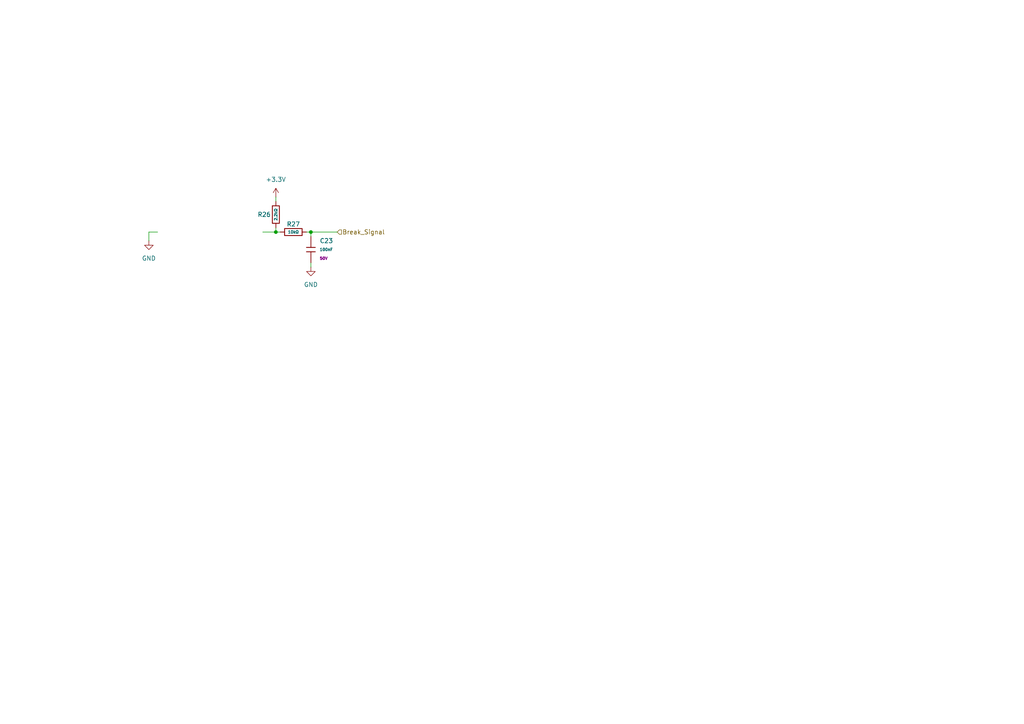
<source format=kicad_sch>
(kicad_sch
	(version 20250114)
	(generator "eeschema")
	(generator_version "9.0")
	(uuid "31df1d47-9ab5-41ad-b378-2d8e8f5331e8")
	(paper "A4")
	(title_block
		(date "2025-11-02")
		(rev "0")
		(company "Solar Energy Racers")
	)
	(lib_symbols
		(symbol "PCM_JLCPCB-Capacitors:0603,100nF"
			(pin_numbers
				(hide yes)
			)
			(pin_names
				(offset 0)
			)
			(exclude_from_sim no)
			(in_bom yes)
			(on_board yes)
			(property "Reference" "C"
				(at 2.032 1.668 0)
				(effects
					(font
						(size 1.27 1.27)
					)
					(justify left)
				)
			)
			(property "Value" "100nF"
				(at 2.032 -0.3782 0)
				(effects
					(font
						(size 0.8 0.8)
					)
					(justify left)
				)
			)
			(property "Footprint" "PCM_JLCPCB:C_0603"
				(at -1.778 0 90)
				(effects
					(font
						(size 1.27 1.27)
					)
					(hide yes)
				)
			)
			(property "Datasheet" "https://www.lcsc.com/datasheet/lcsc_datasheet_2211101700_YAGEO-CC0603KRX7R9BB104_C14663.pdf"
				(at 0 0 0)
				(effects
					(font
						(size 1.27 1.27)
					)
					(hide yes)
				)
			)
			(property "Description" "50V 100nF X7R ±10% 0603 Multilayer Ceramic Capacitors MLCC - SMD/SMT ROHS"
				(at 0 0 0)
				(effects
					(font
						(size 1.27 1.27)
					)
					(hide yes)
				)
			)
			(property "LCSC" "C14663"
				(at 0 0 0)
				(effects
					(font
						(size 1.27 1.27)
					)
					(hide yes)
				)
			)
			(property "Stock" "70324515"
				(at 0 0 0)
				(effects
					(font
						(size 1.27 1.27)
					)
					(hide yes)
				)
			)
			(property "Price" "0.006USD"
				(at 0 0 0)
				(effects
					(font
						(size 1.27 1.27)
					)
					(hide yes)
				)
			)
			(property "Process" "SMT"
				(at 0 0 0)
				(effects
					(font
						(size 1.27 1.27)
					)
					(hide yes)
				)
			)
			(property "Minimum Qty" "20"
				(at 0 0 0)
				(effects
					(font
						(size 1.27 1.27)
					)
					(hide yes)
				)
			)
			(property "Attrition Qty" "10"
				(at 0 0 0)
				(effects
					(font
						(size 1.27 1.27)
					)
					(hide yes)
				)
			)
			(property "Class" "Basic Component"
				(at 0 0 0)
				(effects
					(font
						(size 1.27 1.27)
					)
					(hide yes)
				)
			)
			(property "Category" "Capacitors,Multilayer Ceramic Capacitors MLCC - SMD/SMT"
				(at 0 0 0)
				(effects
					(font
						(size 1.27 1.27)
					)
					(hide yes)
				)
			)
			(property "Manufacturer" "YAGEO"
				(at 0 0 0)
				(effects
					(font
						(size 1.27 1.27)
					)
					(hide yes)
				)
			)
			(property "Part" "CC0603KRX7R9BB104"
				(at 0 0 0)
				(effects
					(font
						(size 1.27 1.27)
					)
					(hide yes)
				)
			)
			(property "Voltage Rated" "50V"
				(at 2.032 -2.0462 0)
				(effects
					(font
						(size 0.8 0.8)
					)
					(justify left)
				)
			)
			(property "Tolerance" "±10%"
				(at 0 0 0)
				(effects
					(font
						(size 1.27 1.27)
					)
					(hide yes)
				)
			)
			(property "Capacitance" "100nF"
				(at 0 0 0)
				(effects
					(font
						(size 1.27 1.27)
					)
					(hide yes)
				)
			)
			(property "Temperature Coefficient" "X7R"
				(at 0 0 0)
				(effects
					(font
						(size 1.27 1.27)
					)
					(hide yes)
				)
			)
			(property "ki_fp_filters" "C_*"
				(at 0 0 0)
				(effects
					(font
						(size 1.27 1.27)
					)
					(hide yes)
				)
			)
			(symbol "0603,100nF_0_1"
				(polyline
					(pts
						(xy -1.27 0.635) (xy 1.27 0.635)
					)
					(stroke
						(width 0.254)
						(type default)
					)
					(fill
						(type none)
					)
				)
				(polyline
					(pts
						(xy -1.27 -0.635) (xy 1.27 -0.635)
					)
					(stroke
						(width 0.254)
						(type default)
					)
					(fill
						(type none)
					)
				)
			)
			(symbol "0603,100nF_1_1"
				(pin passive line
					(at 0 3.81 270)
					(length 3.175)
					(name "~"
						(effects
							(font
								(size 1.27 1.27)
							)
						)
					)
					(number "1"
						(effects
							(font
								(size 1.27 1.27)
							)
						)
					)
				)
				(pin passive line
					(at 0 -3.81 90)
					(length 3.175)
					(name "~"
						(effects
							(font
								(size 1.27 1.27)
							)
						)
					)
					(number "2"
						(effects
							(font
								(size 1.27 1.27)
							)
						)
					)
				)
			)
			(embedded_fonts no)
		)
		(symbol "PCM_JLCPCB-Resistors:0603,10kΩ"
			(pin_numbers
				(hide yes)
			)
			(pin_names
				(offset 0)
			)
			(exclude_from_sim no)
			(in_bom yes)
			(on_board yes)
			(property "Reference" "R"
				(at 1.778 0 0)
				(effects
					(font
						(size 1.27 1.27)
					)
					(justify left)
				)
			)
			(property "Value" "10kΩ"
				(at 0 0 90)
				(do_not_autoplace)
				(effects
					(font
						(size 0.8 0.8)
					)
				)
			)
			(property "Footprint" "PCM_JLCPCB:R_0603"
				(at -1.778 0 90)
				(effects
					(font
						(size 1.27 1.27)
					)
					(hide yes)
				)
			)
			(property "Datasheet" "https://www.lcsc.com/datasheet/lcsc_datasheet_2206010045_UNI-ROYAL-Uniroyal-Elec-0603WAF1002T5E_C25804.pdf"
				(at 0 0 0)
				(effects
					(font
						(size 1.27 1.27)
					)
					(hide yes)
				)
			)
			(property "Description" "100mW Thick Film Resistors 75V ±100ppm/°C ±1% 10kΩ 0603 Chip Resistor - Surface Mount ROHS"
				(at 0 0 0)
				(effects
					(font
						(size 1.27 1.27)
					)
					(hide yes)
				)
			)
			(property "LCSC" "C25804"
				(at 0 0 0)
				(effects
					(font
						(size 1.27 1.27)
					)
					(hide yes)
				)
			)
			(property "Stock" "51181774"
				(at 0 0 0)
				(effects
					(font
						(size 1.27 1.27)
					)
					(hide yes)
				)
			)
			(property "Price" "0.004USD"
				(at 0 0 0)
				(effects
					(font
						(size 1.27 1.27)
					)
					(hide yes)
				)
			)
			(property "Process" "SMT"
				(at 0 0 0)
				(effects
					(font
						(size 1.27 1.27)
					)
					(hide yes)
				)
			)
			(property "Minimum Qty" "20"
				(at 0 0 0)
				(effects
					(font
						(size 1.27 1.27)
					)
					(hide yes)
				)
			)
			(property "Attrition Qty" "10"
				(at 0 0 0)
				(effects
					(font
						(size 1.27 1.27)
					)
					(hide yes)
				)
			)
			(property "Class" "Basic Component"
				(at 0 0 0)
				(effects
					(font
						(size 1.27 1.27)
					)
					(hide yes)
				)
			)
			(property "Category" "Resistors,Chip Resistor - Surface Mount"
				(at 0 0 0)
				(effects
					(font
						(size 1.27 1.27)
					)
					(hide yes)
				)
			)
			(property "Manufacturer" "UNI-ROYAL(Uniroyal Elec)"
				(at 0 0 0)
				(effects
					(font
						(size 1.27 1.27)
					)
					(hide yes)
				)
			)
			(property "Part" "0603WAF1002T5E"
				(at 0 0 0)
				(effects
					(font
						(size 1.27 1.27)
					)
					(hide yes)
				)
			)
			(property "Resistance" "10kΩ"
				(at 0 0 0)
				(effects
					(font
						(size 1.27 1.27)
					)
					(hide yes)
				)
			)
			(property "Power(Watts)" "100mW"
				(at 0 0 0)
				(effects
					(font
						(size 1.27 1.27)
					)
					(hide yes)
				)
			)
			(property "Type" "Thick Film Resistors"
				(at 0 0 0)
				(effects
					(font
						(size 1.27 1.27)
					)
					(hide yes)
				)
			)
			(property "Overload Voltage (Max)" "75V"
				(at 0 0 0)
				(effects
					(font
						(size 1.27 1.27)
					)
					(hide yes)
				)
			)
			(property "Operating Temperature Range" "-55°C~+155°C"
				(at 0 0 0)
				(effects
					(font
						(size 1.27 1.27)
					)
					(hide yes)
				)
			)
			(property "Tolerance" "±1%"
				(at 0 0 0)
				(effects
					(font
						(size 1.27 1.27)
					)
					(hide yes)
				)
			)
			(property "Temperature Coefficient" "±100ppm/°C"
				(at 0 0 0)
				(effects
					(font
						(size 1.27 1.27)
					)
					(hide yes)
				)
			)
			(property "ki_fp_filters" "R_*"
				(at 0 0 0)
				(effects
					(font
						(size 1.27 1.27)
					)
					(hide yes)
				)
			)
			(symbol "0603,10kΩ_0_1"
				(rectangle
					(start -1.016 2.54)
					(end 1.016 -2.54)
					(stroke
						(width 0.254)
						(type default)
					)
					(fill
						(type none)
					)
				)
			)
			(symbol "0603,10kΩ_1_1"
				(pin passive line
					(at 0 3.81 270)
					(length 1.27)
					(name "~"
						(effects
							(font
								(size 1.27 1.27)
							)
						)
					)
					(number "1"
						(effects
							(font
								(size 1.27 1.27)
							)
						)
					)
				)
				(pin passive line
					(at 0 -3.81 90)
					(length 1.27)
					(name "~"
						(effects
							(font
								(size 1.27 1.27)
							)
						)
					)
					(number "2"
						(effects
							(font
								(size 1.27 1.27)
							)
						)
					)
				)
			)
			(embedded_fonts no)
		)
		(symbol "PCM_JLCPCB-Resistors:0603,2.2kΩ"
			(pin_numbers
				(hide yes)
			)
			(pin_names
				(offset 0)
			)
			(exclude_from_sim no)
			(in_bom yes)
			(on_board yes)
			(property "Reference" "R"
				(at 1.778 0 0)
				(effects
					(font
						(size 1.27 1.27)
					)
					(justify left)
				)
			)
			(property "Value" "2.2kΩ"
				(at 0 0 90)
				(do_not_autoplace)
				(effects
					(font
						(size 0.8 0.8)
					)
				)
			)
			(property "Footprint" "PCM_JLCPCB:R_0603"
				(at -1.778 0 90)
				(effects
					(font
						(size 1.27 1.27)
					)
					(hide yes)
				)
			)
			(property "Datasheet" "https://www.lcsc.com/datasheet/lcsc_datasheet_2206010230_UNI-ROYAL-Uniroyal-Elec-0603WAF2201T5E_C4190.pdf"
				(at 0 0 0)
				(effects
					(font
						(size 1.27 1.27)
					)
					(hide yes)
				)
			)
			(property "Description" "100mW Thick Film Resistors 75V ±100ppm/°C ±1% 2.2kΩ 0603 Chip Resistor - Surface Mount ROHS"
				(at 0 0 0)
				(effects
					(font
						(size 1.27 1.27)
					)
					(hide yes)
				)
			)
			(property "LCSC" "C4190"
				(at 0 0 0)
				(effects
					(font
						(size 1.27 1.27)
					)
					(hide yes)
				)
			)
			(property "Stock" "3259603"
				(at 0 0 0)
				(effects
					(font
						(size 1.27 1.27)
					)
					(hide yes)
				)
			)
			(property "Price" "0.004USD"
				(at 0 0 0)
				(effects
					(font
						(size 1.27 1.27)
					)
					(hide yes)
				)
			)
			(property "Process" "SMT"
				(at 0 0 0)
				(effects
					(font
						(size 1.27 1.27)
					)
					(hide yes)
				)
			)
			(property "Minimum Qty" "20"
				(at 0 0 0)
				(effects
					(font
						(size 1.27 1.27)
					)
					(hide yes)
				)
			)
			(property "Attrition Qty" "10"
				(at 0 0 0)
				(effects
					(font
						(size 1.27 1.27)
					)
					(hide yes)
				)
			)
			(property "Class" "Basic Component"
				(at 0 0 0)
				(effects
					(font
						(size 1.27 1.27)
					)
					(hide yes)
				)
			)
			(property "Category" "Resistors,Chip Resistor - Surface Mount"
				(at 0 0 0)
				(effects
					(font
						(size 1.27 1.27)
					)
					(hide yes)
				)
			)
			(property "Manufacturer" "UNI-ROYAL(Uniroyal Elec)"
				(at 0 0 0)
				(effects
					(font
						(size 1.27 1.27)
					)
					(hide yes)
				)
			)
			(property "Part" "0603WAF2201T5E"
				(at 0 0 0)
				(effects
					(font
						(size 1.27 1.27)
					)
					(hide yes)
				)
			)
			(property "Resistance" "2.2kΩ"
				(at 0 0 0)
				(effects
					(font
						(size 1.27 1.27)
					)
					(hide yes)
				)
			)
			(property "Power(Watts)" "100mW"
				(at 0 0 0)
				(effects
					(font
						(size 1.27 1.27)
					)
					(hide yes)
				)
			)
			(property "Type" "Thick Film Resistors"
				(at 0 0 0)
				(effects
					(font
						(size 1.27 1.27)
					)
					(hide yes)
				)
			)
			(property "Overload Voltage (Max)" "75V"
				(at 0 0 0)
				(effects
					(font
						(size 1.27 1.27)
					)
					(hide yes)
				)
			)
			(property "Operating Temperature Range" "-55°C~+155°C"
				(at 0 0 0)
				(effects
					(font
						(size 1.27 1.27)
					)
					(hide yes)
				)
			)
			(property "Tolerance" "±1%"
				(at 0 0 0)
				(effects
					(font
						(size 1.27 1.27)
					)
					(hide yes)
				)
			)
			(property "Temperature Coefficient" "±100ppm/°C"
				(at 0 0 0)
				(effects
					(font
						(size 1.27 1.27)
					)
					(hide yes)
				)
			)
			(property "ki_fp_filters" "R_*"
				(at 0 0 0)
				(effects
					(font
						(size 1.27 1.27)
					)
					(hide yes)
				)
			)
			(symbol "0603,2.2kΩ_0_1"
				(rectangle
					(start -1.016 2.54)
					(end 1.016 -2.54)
					(stroke
						(width 0.254)
						(type default)
					)
					(fill
						(type none)
					)
				)
			)
			(symbol "0603,2.2kΩ_1_1"
				(pin passive line
					(at 0 3.81 270)
					(length 1.27)
					(name "~"
						(effects
							(font
								(size 1.27 1.27)
							)
						)
					)
					(number "1"
						(effects
							(font
								(size 1.27 1.27)
							)
						)
					)
				)
				(pin passive line
					(at 0 -3.81 90)
					(length 1.27)
					(name "~"
						(effects
							(font
								(size 1.27 1.27)
							)
						)
					)
					(number "2"
						(effects
							(font
								(size 1.27 1.27)
							)
						)
					)
				)
			)
			(embedded_fonts no)
		)
		(symbol "power:+3.3V"
			(power)
			(pin_numbers
				(hide yes)
			)
			(pin_names
				(offset 0)
				(hide yes)
			)
			(exclude_from_sim no)
			(in_bom yes)
			(on_board yes)
			(property "Reference" "#PWR"
				(at 0 -3.81 0)
				(effects
					(font
						(size 1.27 1.27)
					)
					(hide yes)
				)
			)
			(property "Value" "+3.3V"
				(at 0 3.556 0)
				(effects
					(font
						(size 1.27 1.27)
					)
				)
			)
			(property "Footprint" ""
				(at 0 0 0)
				(effects
					(font
						(size 1.27 1.27)
					)
					(hide yes)
				)
			)
			(property "Datasheet" ""
				(at 0 0 0)
				(effects
					(font
						(size 1.27 1.27)
					)
					(hide yes)
				)
			)
			(property "Description" "Power symbol creates a global label with name \"+3.3V\""
				(at 0 0 0)
				(effects
					(font
						(size 1.27 1.27)
					)
					(hide yes)
				)
			)
			(property "ki_keywords" "global power"
				(at 0 0 0)
				(effects
					(font
						(size 1.27 1.27)
					)
					(hide yes)
				)
			)
			(symbol "+3.3V_0_1"
				(polyline
					(pts
						(xy -0.762 1.27) (xy 0 2.54)
					)
					(stroke
						(width 0)
						(type default)
					)
					(fill
						(type none)
					)
				)
				(polyline
					(pts
						(xy 0 2.54) (xy 0.762 1.27)
					)
					(stroke
						(width 0)
						(type default)
					)
					(fill
						(type none)
					)
				)
				(polyline
					(pts
						(xy 0 0) (xy 0 2.54)
					)
					(stroke
						(width 0)
						(type default)
					)
					(fill
						(type none)
					)
				)
			)
			(symbol "+3.3V_1_1"
				(pin power_in line
					(at 0 0 90)
					(length 0)
					(name "~"
						(effects
							(font
								(size 1.27 1.27)
							)
						)
					)
					(number "1"
						(effects
							(font
								(size 1.27 1.27)
							)
						)
					)
				)
			)
			(embedded_fonts no)
		)
		(symbol "power:GND"
			(power)
			(pin_numbers
				(hide yes)
			)
			(pin_names
				(offset 0)
				(hide yes)
			)
			(exclude_from_sim no)
			(in_bom yes)
			(on_board yes)
			(property "Reference" "#PWR"
				(at 0 -6.35 0)
				(effects
					(font
						(size 1.27 1.27)
					)
					(hide yes)
				)
			)
			(property "Value" "GND"
				(at 0 -3.81 0)
				(effects
					(font
						(size 1.27 1.27)
					)
				)
			)
			(property "Footprint" ""
				(at 0 0 0)
				(effects
					(font
						(size 1.27 1.27)
					)
					(hide yes)
				)
			)
			(property "Datasheet" ""
				(at 0 0 0)
				(effects
					(font
						(size 1.27 1.27)
					)
					(hide yes)
				)
			)
			(property "Description" "Power symbol creates a global label with name \"GND\" , ground"
				(at 0 0 0)
				(effects
					(font
						(size 1.27 1.27)
					)
					(hide yes)
				)
			)
			(property "ki_keywords" "global power"
				(at 0 0 0)
				(effects
					(font
						(size 1.27 1.27)
					)
					(hide yes)
				)
			)
			(symbol "GND_0_1"
				(polyline
					(pts
						(xy 0 0) (xy 0 -1.27) (xy 1.27 -1.27) (xy 0 -2.54) (xy -1.27 -1.27) (xy 0 -1.27)
					)
					(stroke
						(width 0)
						(type default)
					)
					(fill
						(type none)
					)
				)
			)
			(symbol "GND_1_1"
				(pin power_in line
					(at 0 0 270)
					(length 0)
					(name "~"
						(effects
							(font
								(size 1.27 1.27)
							)
						)
					)
					(number "1"
						(effects
							(font
								(size 1.27 1.27)
							)
						)
					)
				)
			)
			(embedded_fonts no)
		)
	)
	(junction
		(at 90.17 67.31)
		(diameter 0)
		(color 0 0 0 0)
		(uuid "61162243-5261-4471-bce8-b8b4514ca19d")
	)
	(junction
		(at 80.01 67.31)
		(diameter 0)
		(color 0 0 0 0)
		(uuid "64a22979-f17a-4b9d-a040-497c55edfa1b")
	)
	(wire
		(pts
			(xy 80.01 66.04) (xy 80.01 67.31)
		)
		(stroke
			(width 0)
			(type default)
		)
		(uuid "02825324-d07b-47fa-b7c5-13753a754550")
	)
	(wire
		(pts
			(xy 90.17 67.31) (xy 90.17 68.58)
		)
		(stroke
			(width 0)
			(type default)
		)
		(uuid "032ad132-6c10-4470-ad4c-06c80715ffd0")
	)
	(wire
		(pts
			(xy 80.01 57.15) (xy 80.01 58.42)
		)
		(stroke
			(width 0)
			(type default)
		)
		(uuid "17827c7a-dfc7-47e1-852c-a51c8328ae10")
	)
	(wire
		(pts
			(xy 43.18 67.31) (xy 45.72 67.31)
		)
		(stroke
			(width 0)
			(type default)
		)
		(uuid "60e58886-0132-4d95-8176-6a82093f701f")
	)
	(wire
		(pts
			(xy 88.9 67.31) (xy 90.17 67.31)
		)
		(stroke
			(width 0)
			(type default)
		)
		(uuid "687520f9-4790-4388-a5e0-d7a53269a3bb")
	)
	(wire
		(pts
			(xy 90.17 67.31) (xy 97.79 67.31)
		)
		(stroke
			(width 0)
			(type default)
		)
		(uuid "71603cd7-67e6-405c-a682-7b62bf95eea4")
	)
	(wire
		(pts
			(xy 80.01 67.31) (xy 81.28 67.31)
		)
		(stroke
			(width 0)
			(type default)
		)
		(uuid "922d8370-f22a-4372-858d-247eb8a8a90e")
	)
	(wire
		(pts
			(xy 90.17 76.2) (xy 90.17 77.47)
		)
		(stroke
			(width 0)
			(type default)
		)
		(uuid "d6ec7f20-c891-4688-86a5-4ea29a5ee570")
	)
	(wire
		(pts
			(xy 43.18 67.31) (xy 43.18 69.85)
		)
		(stroke
			(width 0)
			(type default)
		)
		(uuid "e088de43-7817-415b-b746-bb73ff8c3873")
	)
	(wire
		(pts
			(xy 76.2 67.31) (xy 80.01 67.31)
		)
		(stroke
			(width 0)
			(type default)
		)
		(uuid "f27520c2-69c1-4c8a-8830-636202715a07")
	)
	(hierarchical_label "Break_Signal"
		(shape input)
		(at 97.79 67.31 0)
		(effects
			(font
				(size 1.27 1.27)
			)
			(justify left)
		)
		(uuid "49116170-7436-4dea-840f-8dfafaa721bd")
	)
	(symbol
		(lib_id "PCM_JLCPCB-Resistors:0603,2.2kΩ")
		(at 80.01 62.23 0)
		(unit 1)
		(exclude_from_sim no)
		(in_bom yes)
		(on_board yes)
		(dnp no)
		(uuid "2b3a9148-82ab-41ca-b616-70d731209754")
		(property "Reference" "R26"
			(at 74.676 62.23 0)
			(effects
				(font
					(size 1.27 1.27)
				)
				(justify left)
			)
		)
		(property "Value" "2.2kΩ"
			(at 80.01 62.23 90)
			(do_not_autoplace yes)
			(effects
				(font
					(size 0.8 0.8)
				)
			)
		)
		(property "Footprint" "PCM_JLCPCB:R_0603"
			(at 78.232 62.23 90)
			(effects
				(font
					(size 1.27 1.27)
				)
				(hide yes)
			)
		)
		(property "Datasheet" "https://www.lcsc.com/datasheet/lcsc_datasheet_2206010230_UNI-ROYAL-Uniroyal-Elec-0603WAF2201T5E_C4190.pdf"
			(at 80.01 62.23 0)
			(effects
				(font
					(size 1.27 1.27)
				)
				(hide yes)
			)
		)
		(property "Description" "100mW Thick Film Resistors 75V ±100ppm/°C ±1% 2.2kΩ 0603 Chip Resistor - Surface Mount ROHS"
			(at 80.01 62.23 0)
			(effects
				(font
					(size 1.27 1.27)
				)
				(hide yes)
			)
		)
		(property "LCSC" "C4190"
			(at 80.01 62.23 0)
			(effects
				(font
					(size 1.27 1.27)
				)
				(hide yes)
			)
		)
		(property "Stock" "3259603"
			(at 80.01 62.23 0)
			(effects
				(font
					(size 1.27 1.27)
				)
				(hide yes)
			)
		)
		(property "Price" "0.004USD"
			(at 80.01 62.23 0)
			(effects
				(font
					(size 1.27 1.27)
				)
				(hide yes)
			)
		)
		(property "Process" "SMT"
			(at 80.01 62.23 0)
			(effects
				(font
					(size 1.27 1.27)
				)
				(hide yes)
			)
		)
		(property "Minimum Qty" "20"
			(at 80.01 62.23 0)
			(effects
				(font
					(size 1.27 1.27)
				)
				(hide yes)
			)
		)
		(property "Attrition Qty" "10"
			(at 80.01 62.23 0)
			(effects
				(font
					(size 1.27 1.27)
				)
				(hide yes)
			)
		)
		(property "Class" "Basic Component"
			(at 80.01 62.23 0)
			(effects
				(font
					(size 1.27 1.27)
				)
				(hide yes)
			)
		)
		(property "Category" "Resistors,Chip Resistor - Surface Mount"
			(at 80.01 62.23 0)
			(effects
				(font
					(size 1.27 1.27)
				)
				(hide yes)
			)
		)
		(property "Manufacturer" "UNI-ROYAL(Uniroyal Elec)"
			(at 80.01 62.23 0)
			(effects
				(font
					(size 1.27 1.27)
				)
				(hide yes)
			)
		)
		(property "Part" "0603WAF2201T5E"
			(at 80.01 62.23 0)
			(effects
				(font
					(size 1.27 1.27)
				)
				(hide yes)
			)
		)
		(property "Resistance" "2.2kΩ"
			(at 80.01 62.23 0)
			(effects
				(font
					(size 1.27 1.27)
				)
				(hide yes)
			)
		)
		(property "Power(Watts)" "100mW"
			(at 80.01 62.23 0)
			(effects
				(font
					(size 1.27 1.27)
				)
				(hide yes)
			)
		)
		(property "Type" "Thick Film Resistors"
			(at 80.01 62.23 0)
			(effects
				(font
					(size 1.27 1.27)
				)
				(hide yes)
			)
		)
		(property "Overload Voltage (Max)" "75V"
			(at 80.01 62.23 0)
			(effects
				(font
					(size 1.27 1.27)
				)
				(hide yes)
			)
		)
		(property "Operating Temperature Range" "-55°C~+155°C"
			(at 80.01 62.23 0)
			(effects
				(font
					(size 1.27 1.27)
				)
				(hide yes)
			)
		)
		(property "Tolerance" "±1%"
			(at 80.01 62.23 0)
			(effects
				(font
					(size 1.27 1.27)
				)
				(hide yes)
			)
		)
		(property "Temperature Coefficient" "±100ppm/°C"
			(at 80.01 62.23 0)
			(effects
				(font
					(size 1.27 1.27)
				)
				(hide yes)
			)
		)
		(pin "1"
			(uuid "f87343fd-301f-4f39-b394-15094d5e25af")
		)
		(pin "2"
			(uuid "51055940-04b1-4a20-af0b-b9df6349dd7a")
		)
		(instances
			(project ""
				(path "/ea108ab4-4341-4ce5-9e9f-23df8de995fe/6c53dc0b-0902-4a9c-b86b-e4efc97e3db4"
					(reference "R26")
					(unit 1)
				)
			)
		)
	)
	(symbol
		(lib_id "PCM_JLCPCB-Resistors:0603,10kΩ")
		(at 85.09 67.31 90)
		(unit 1)
		(exclude_from_sim no)
		(in_bom yes)
		(on_board yes)
		(dnp no)
		(uuid "377e4098-0094-406b-bd14-296f416d44db")
		(property "Reference" "R27"
			(at 85.09 65.024 90)
			(effects
				(font
					(size 1.27 1.27)
				)
			)
		)
		(property "Value" "10kΩ"
			(at 85.09 67.31 90)
			(do_not_autoplace yes)
			(effects
				(font
					(size 0.8 0.8)
				)
			)
		)
		(property "Footprint" "PCM_JLCPCB:R_0603"
			(at 85.09 69.088 90)
			(effects
				(font
					(size 1.27 1.27)
				)
				(hide yes)
			)
		)
		(property "Datasheet" "https://www.lcsc.com/datasheet/lcsc_datasheet_2206010045_UNI-ROYAL-Uniroyal-Elec-0603WAF1002T5E_C25804.pdf"
			(at 85.09 67.31 0)
			(effects
				(font
					(size 1.27 1.27)
				)
				(hide yes)
			)
		)
		(property "Description" "100mW Thick Film Resistors 75V ±100ppm/°C ±1% 10kΩ 0603 Chip Resistor - Surface Mount ROHS"
			(at 85.09 67.31 0)
			(effects
				(font
					(size 1.27 1.27)
				)
				(hide yes)
			)
		)
		(property "LCSC" "C25804"
			(at 85.09 67.31 0)
			(effects
				(font
					(size 1.27 1.27)
				)
				(hide yes)
			)
		)
		(property "Stock" "51181774"
			(at 85.09 67.31 0)
			(effects
				(font
					(size 1.27 1.27)
				)
				(hide yes)
			)
		)
		(property "Price" "0.004USD"
			(at 85.09 67.31 0)
			(effects
				(font
					(size 1.27 1.27)
				)
				(hide yes)
			)
		)
		(property "Process" "SMT"
			(at 85.09 67.31 0)
			(effects
				(font
					(size 1.27 1.27)
				)
				(hide yes)
			)
		)
		(property "Minimum Qty" "20"
			(at 85.09 67.31 0)
			(effects
				(font
					(size 1.27 1.27)
				)
				(hide yes)
			)
		)
		(property "Attrition Qty" "10"
			(at 85.09 67.31 0)
			(effects
				(font
					(size 1.27 1.27)
				)
				(hide yes)
			)
		)
		(property "Class" "Basic Component"
			(at 85.09 67.31 0)
			(effects
				(font
					(size 1.27 1.27)
				)
				(hide yes)
			)
		)
		(property "Category" "Resistors,Chip Resistor - Surface Mount"
			(at 85.09 67.31 0)
			(effects
				(font
					(size 1.27 1.27)
				)
				(hide yes)
			)
		)
		(property "Manufacturer" "UNI-ROYAL(Uniroyal Elec)"
			(at 85.09 67.31 0)
			(effects
				(font
					(size 1.27 1.27)
				)
				(hide yes)
			)
		)
		(property "Part" "0603WAF1002T5E"
			(at 85.09 67.31 0)
			(effects
				(font
					(size 1.27 1.27)
				)
				(hide yes)
			)
		)
		(property "Resistance" "10kΩ"
			(at 85.09 67.31 0)
			(effects
				(font
					(size 1.27 1.27)
				)
				(hide yes)
			)
		)
		(property "Power(Watts)" "100mW"
			(at 85.09 67.31 0)
			(effects
				(font
					(size 1.27 1.27)
				)
				(hide yes)
			)
		)
		(property "Type" "Thick Film Resistors"
			(at 85.09 67.31 0)
			(effects
				(font
					(size 1.27 1.27)
				)
				(hide yes)
			)
		)
		(property "Overload Voltage (Max)" "75V"
			(at 85.09 67.31 0)
			(effects
				(font
					(size 1.27 1.27)
				)
				(hide yes)
			)
		)
		(property "Operating Temperature Range" "-55°C~+155°C"
			(at 85.09 67.31 0)
			(effects
				(font
					(size 1.27 1.27)
				)
				(hide yes)
			)
		)
		(property "Tolerance" "±1%"
			(at 85.09 67.31 0)
			(effects
				(font
					(size 1.27 1.27)
				)
				(hide yes)
			)
		)
		(property "Temperature Coefficient" "±100ppm/°C"
			(at 85.09 67.31 0)
			(effects
				(font
					(size 1.27 1.27)
				)
				(hide yes)
			)
		)
		(pin "2"
			(uuid "f017e66f-eb3a-46f1-87a8-b7c5f1279fac")
		)
		(pin "1"
			(uuid "d9d5239c-aea2-4ee7-b647-bc98cba5cb93")
		)
		(instances
			(project ""
				(path "/ea108ab4-4341-4ce5-9e9f-23df8de995fe/6c53dc0b-0902-4a9c-b86b-e4efc97e3db4"
					(reference "R27")
					(unit 1)
				)
			)
		)
	)
	(symbol
		(lib_id "power:+3.3V")
		(at 80.01 57.15 0)
		(unit 1)
		(exclude_from_sim no)
		(in_bom yes)
		(on_board yes)
		(dnp no)
		(fields_autoplaced yes)
		(uuid "54278067-7be7-4532-839b-6136fc703fe6")
		(property "Reference" "#PWR051"
			(at 80.01 60.96 0)
			(effects
				(font
					(size 1.27 1.27)
				)
				(hide yes)
			)
		)
		(property "Value" "+3.3V"
			(at 80.01 52.07 0)
			(effects
				(font
					(size 1.27 1.27)
				)
			)
		)
		(property "Footprint" ""
			(at 80.01 57.15 0)
			(effects
				(font
					(size 1.27 1.27)
				)
				(hide yes)
			)
		)
		(property "Datasheet" ""
			(at 80.01 57.15 0)
			(effects
				(font
					(size 1.27 1.27)
				)
				(hide yes)
			)
		)
		(property "Description" "Power symbol creates a global label with name \"+3.3V\""
			(at 80.01 57.15 0)
			(effects
				(font
					(size 1.27 1.27)
				)
				(hide yes)
			)
		)
		(pin "1"
			(uuid "6b3e0bfb-0d79-4d3b-a19b-e67c1c6e72bd")
		)
		(instances
			(project ""
				(path "/ea108ab4-4341-4ce5-9e9f-23df8de995fe/6c53dc0b-0902-4a9c-b86b-e4efc97e3db4"
					(reference "#PWR051")
					(unit 1)
				)
			)
		)
	)
	(symbol
		(lib_id "PCM_JLCPCB-Capacitors:0603,100nF")
		(at 90.17 72.39 0)
		(unit 1)
		(exclude_from_sim no)
		(in_bom yes)
		(on_board yes)
		(dnp no)
		(fields_autoplaced yes)
		(uuid "e983feac-9da8-4d8a-a3f8-361b98fe39c1")
		(property "Reference" "C23"
			(at 92.71 69.8499 0)
			(effects
				(font
					(size 1.27 1.27)
				)
				(justify left)
			)
		)
		(property "Value" "100nF"
			(at 92.71 72.39 0)
			(effects
				(font
					(size 0.8 0.8)
				)
				(justify left)
			)
		)
		(property "Footprint" "PCM_JLCPCB:C_0603"
			(at 88.392 72.39 90)
			(effects
				(font
					(size 1.27 1.27)
				)
				(hide yes)
			)
		)
		(property "Datasheet" "https://www.lcsc.com/datasheet/lcsc_datasheet_2211101700_YAGEO-CC0603KRX7R9BB104_C14663.pdf"
			(at 90.17 72.39 0)
			(effects
				(font
					(size 1.27 1.27)
				)
				(hide yes)
			)
		)
		(property "Description" "50V 100nF X7R ±10% 0603 Multilayer Ceramic Capacitors MLCC - SMD/SMT ROHS"
			(at 90.17 72.39 0)
			(effects
				(font
					(size 1.27 1.27)
				)
				(hide yes)
			)
		)
		(property "LCSC" "C14663"
			(at 90.17 72.39 0)
			(effects
				(font
					(size 1.27 1.27)
				)
				(hide yes)
			)
		)
		(property "Stock" "70324515"
			(at 90.17 72.39 0)
			(effects
				(font
					(size 1.27 1.27)
				)
				(hide yes)
			)
		)
		(property "Price" "0.006USD"
			(at 90.17 72.39 0)
			(effects
				(font
					(size 1.27 1.27)
				)
				(hide yes)
			)
		)
		(property "Process" "SMT"
			(at 90.17 72.39 0)
			(effects
				(font
					(size 1.27 1.27)
				)
				(hide yes)
			)
		)
		(property "Minimum Qty" "20"
			(at 90.17 72.39 0)
			(effects
				(font
					(size 1.27 1.27)
				)
				(hide yes)
			)
		)
		(property "Attrition Qty" "10"
			(at 90.17 72.39 0)
			(effects
				(font
					(size 1.27 1.27)
				)
				(hide yes)
			)
		)
		(property "Class" "Basic Component"
			(at 90.17 72.39 0)
			(effects
				(font
					(size 1.27 1.27)
				)
				(hide yes)
			)
		)
		(property "Category" "Capacitors,Multilayer Ceramic Capacitors MLCC - SMD/SMT"
			(at 90.17 72.39 0)
			(effects
				(font
					(size 1.27 1.27)
				)
				(hide yes)
			)
		)
		(property "Manufacturer" "YAGEO"
			(at 90.17 72.39 0)
			(effects
				(font
					(size 1.27 1.27)
				)
				(hide yes)
			)
		)
		(property "Part" "CC0603KRX7R9BB104"
			(at 90.17 72.39 0)
			(effects
				(font
					(size 1.27 1.27)
				)
				(hide yes)
			)
		)
		(property "Voltage Rated" "50V"
			(at 92.71 74.93 0)
			(effects
				(font
					(size 0.8 0.8)
				)
				(justify left)
			)
		)
		(property "Tolerance" "±10%"
			(at 90.17 72.39 0)
			(effects
				(font
					(size 1.27 1.27)
				)
				(hide yes)
			)
		)
		(property "Capacitance" "100nF"
			(at 90.17 72.39 0)
			(effects
				(font
					(size 1.27 1.27)
				)
				(hide yes)
			)
		)
		(property "Temperature Coefficient" "X7R"
			(at 90.17 72.39 0)
			(effects
				(font
					(size 1.27 1.27)
				)
				(hide yes)
			)
		)
		(pin "2"
			(uuid "12100567-fe8a-4092-8f93-8770af9560d7")
		)
		(pin "1"
			(uuid "1c7dfb6c-4cf3-43b6-957f-f211dc1a998e")
		)
		(instances
			(project ""
				(path "/ea108ab4-4341-4ce5-9e9f-23df8de995fe/6c53dc0b-0902-4a9c-b86b-e4efc97e3db4"
					(reference "C23")
					(unit 1)
				)
			)
		)
	)
	(symbol
		(lib_id "power:GND")
		(at 43.18 69.85 0)
		(unit 1)
		(exclude_from_sim no)
		(in_bom yes)
		(on_board yes)
		(dnp no)
		(fields_autoplaced yes)
		(uuid "ee4960f5-6191-4cae-8854-a1e428a297b8")
		(property "Reference" "#PWR050"
			(at 43.18 76.2 0)
			(effects
				(font
					(size 1.27 1.27)
				)
				(hide yes)
			)
		)
		(property "Value" "GND"
			(at 43.18 74.93 0)
			(effects
				(font
					(size 1.27 1.27)
				)
			)
		)
		(property "Footprint" ""
			(at 43.18 69.85 0)
			(effects
				(font
					(size 1.27 1.27)
				)
				(hide yes)
			)
		)
		(property "Datasheet" ""
			(at 43.18 69.85 0)
			(effects
				(font
					(size 1.27 1.27)
				)
				(hide yes)
			)
		)
		(property "Description" "Power symbol creates a global label with name \"GND\" , ground"
			(at 43.18 69.85 0)
			(effects
				(font
					(size 1.27 1.27)
				)
				(hide yes)
			)
		)
		(pin "1"
			(uuid "e171ac57-4fbb-4129-8893-0cc1412af56f")
		)
		(instances
			(project ""
				(path "/ea108ab4-4341-4ce5-9e9f-23df8de995fe/6c53dc0b-0902-4a9c-b86b-e4efc97e3db4"
					(reference "#PWR050")
					(unit 1)
				)
			)
		)
	)
	(symbol
		(lib_id "power:GND")
		(at 90.17 77.47 0)
		(unit 1)
		(exclude_from_sim no)
		(in_bom yes)
		(on_board yes)
		(dnp no)
		(fields_autoplaced yes)
		(uuid "f5eaa752-20fa-460e-ada1-1cfb10bd09ee")
		(property "Reference" "#PWR052"
			(at 90.17 83.82 0)
			(effects
				(font
					(size 1.27 1.27)
				)
				(hide yes)
			)
		)
		(property "Value" "GND"
			(at 90.17 82.55 0)
			(effects
				(font
					(size 1.27 1.27)
				)
			)
		)
		(property "Footprint" ""
			(at 90.17 77.47 0)
			(effects
				(font
					(size 1.27 1.27)
				)
				(hide yes)
			)
		)
		(property "Datasheet" ""
			(at 90.17 77.47 0)
			(effects
				(font
					(size 1.27 1.27)
				)
				(hide yes)
			)
		)
		(property "Description" "Power symbol creates a global label with name \"GND\" , ground"
			(at 90.17 77.47 0)
			(effects
				(font
					(size 1.27 1.27)
				)
				(hide yes)
			)
		)
		(pin "1"
			(uuid "2a31d6b6-2cc6-4cfb-b5ce-e7fae57b7038")
		)
		(instances
			(project ""
				(path "/ea108ab4-4341-4ce5-9e9f-23df8de995fe/6c53dc0b-0902-4a9c-b86b-e4efc97e3db4"
					(reference "#PWR052")
					(unit 1)
				)
			)
		)
	)
)

</source>
